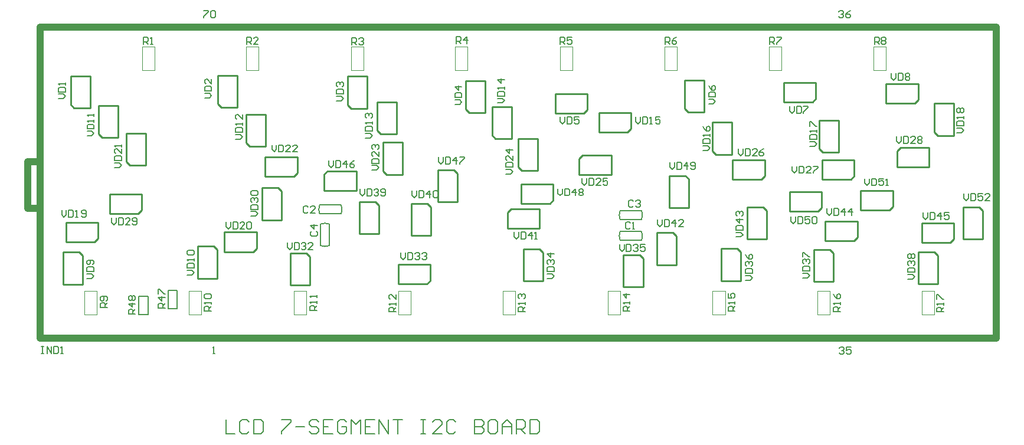
<source format=gto>
G04 Layer_Color=65535*
%FSLAX24Y24*%
%MOIN*%
G70*
G01*
G75*
%ADD10C,0.0079*%
%ADD22C,0.0394*%
%ADD38C,0.0070*%
%ADD39C,0.0039*%
%ADD40C,0.0098*%
D10*
X24114Y18267D02*
Y17480D01*
X24639D01*
X25426Y18136D02*
X25295Y18267D01*
X25033D01*
X24901Y18136D01*
Y17612D01*
X25033Y17480D01*
X25295D01*
X25426Y17612D01*
X25688Y18267D02*
Y17480D01*
X26082D01*
X26213Y17612D01*
Y18136D01*
X26082Y18267D01*
X25688D01*
X27263D02*
X27788D01*
Y18136D01*
X27263Y17612D01*
Y17480D01*
X28050Y17874D02*
X28575D01*
X29362Y18136D02*
X29231Y18267D01*
X28968D01*
X28837Y18136D01*
Y18005D01*
X28968Y17874D01*
X29231D01*
X29362Y17743D01*
Y17612D01*
X29231Y17480D01*
X28968D01*
X28837Y17612D01*
X30149Y18267D02*
X29624D01*
Y17480D01*
X30149D01*
X29624Y17874D02*
X29887D01*
X30936Y18136D02*
X30805Y18267D01*
X30543D01*
X30411Y18136D01*
Y17612D01*
X30543Y17480D01*
X30805D01*
X30936Y17612D01*
Y17874D01*
X30674D01*
X31199Y17480D02*
Y18267D01*
X31461Y18005D01*
X31723Y18267D01*
Y17480D01*
X32510Y18267D02*
X31986D01*
Y17480D01*
X32510D01*
X31986Y17874D02*
X32248D01*
X32773Y17480D02*
Y18267D01*
X33298Y17480D01*
Y18267D01*
X33560D02*
X34085D01*
X33822D01*
Y17480D01*
X35134Y18267D02*
X35397D01*
X35265D01*
Y17480D01*
X35134D01*
X35397D01*
X36315D02*
X35790D01*
X36315Y18005D01*
Y18136D01*
X36184Y18267D01*
X35921D01*
X35790Y18136D01*
X37102D02*
X36971Y18267D01*
X36709D01*
X36577Y18136D01*
Y17612D01*
X36709Y17480D01*
X36971D01*
X37102Y17612D01*
X38152Y18267D02*
Y17480D01*
X38545D01*
X38676Y17612D01*
Y17743D01*
X38545Y17874D01*
X38152D01*
X38545D01*
X38676Y18005D01*
Y18136D01*
X38545Y18267D01*
X38152D01*
X39332D02*
X39070D01*
X38939Y18136D01*
Y17612D01*
X39070Y17480D01*
X39332D01*
X39464Y17612D01*
Y18136D01*
X39332Y18267D01*
X39726Y17480D02*
Y18005D01*
X39988Y18267D01*
X40251Y18005D01*
Y17480D01*
Y17874D01*
X39726D01*
X40513Y17480D02*
Y18267D01*
X40907D01*
X41038Y18136D01*
Y17874D01*
X40907Y17743D01*
X40513D01*
X40775D02*
X41038Y17480D01*
X41300Y18267D02*
Y17480D01*
X41694D01*
X41825Y17612D01*
Y18136D01*
X41694Y18267D01*
X41300D01*
X13681Y22392D02*
X13812D01*
X13747D01*
Y21998D01*
X13681D01*
X13812D01*
X14009D02*
Y22392D01*
X14271Y21998D01*
Y22392D01*
X14403D02*
Y21998D01*
X14599D01*
X14665Y22064D01*
Y22326D01*
X14599Y22392D01*
X14403D01*
X14796Y21998D02*
X14927D01*
X14862D01*
Y22392D01*
X14796Y22326D01*
X22864Y41358D02*
X23127D01*
Y41293D01*
X22864Y41030D01*
Y40965D01*
X23258Y41293D02*
X23323Y41358D01*
X23455D01*
X23520Y41293D01*
Y41030D01*
X23455Y40965D01*
X23323D01*
X23258Y41030D01*
Y41293D01*
X58740D02*
X58806Y41358D01*
X58937D01*
X59003Y41293D01*
Y41227D01*
X58937Y41161D01*
X58871D01*
X58937D01*
X59003Y41096D01*
Y41030D01*
X58937Y40965D01*
X58806D01*
X58740Y41030D01*
X59396Y41358D02*
X59265Y41293D01*
X59134Y41161D01*
Y41030D01*
X59199Y40965D01*
X59331D01*
X59396Y41030D01*
Y41096D01*
X59331Y41161D01*
X59134D01*
X58770Y22306D02*
X58835Y22372D01*
X58966D01*
X59032Y22306D01*
Y22241D01*
X58966Y22175D01*
X58901D01*
X58966D01*
X59032Y22110D01*
Y22044D01*
X58966Y21978D01*
X58835D01*
X58770Y22044D01*
X59426Y22372D02*
X59163D01*
Y22175D01*
X59294Y22241D01*
X59360D01*
X59426Y22175D01*
Y22044D01*
X59360Y21978D01*
X59229D01*
X59163Y22044D01*
X23376Y21998D02*
X23507D01*
X23442D01*
Y22392D01*
X23376Y22326D01*
X23287Y24400D02*
X22894D01*
Y24596D01*
X22959Y24662D01*
X23091D01*
X23156Y24596D01*
Y24400D01*
Y24531D02*
X23287Y24662D01*
Y24793D02*
Y24924D01*
Y24859D01*
X22894D01*
X22959Y24793D01*
Y25121D02*
X22894Y25187D01*
Y25318D01*
X22959Y25384D01*
X23222D01*
X23287Y25318D01*
Y25187D01*
X23222Y25121D01*
X22959D01*
X41033Y24380D02*
X40640D01*
Y24577D01*
X40705Y24642D01*
X40837D01*
X40902Y24577D01*
Y24380D01*
Y24511D02*
X41033Y24642D01*
Y24773D02*
Y24905D01*
Y24839D01*
X40640D01*
X40705Y24773D01*
Y25101D02*
X40640Y25167D01*
Y25298D01*
X40705Y25364D01*
X40771D01*
X40837Y25298D01*
Y25233D01*
Y25298D01*
X40902Y25364D01*
X40968D01*
X41033Y25298D01*
Y25167D01*
X40968Y25101D01*
X25532Y29764D02*
X25794D01*
X25925Y29895D01*
X25794Y30026D01*
X25532D01*
Y30157D02*
X25925D01*
Y30354D01*
X25860Y30420D01*
X25597D01*
X25532Y30354D01*
Y30157D01*
X25597Y30551D02*
X25532Y30617D01*
Y30748D01*
X25597Y30813D01*
X25663D01*
X25728Y30748D01*
Y30682D01*
Y30748D01*
X25794Y30813D01*
X25860D01*
X25925Y30748D01*
Y30617D01*
X25860Y30551D01*
X25597Y30944D02*
X25532Y31010D01*
Y31141D01*
X25597Y31207D01*
X25860D01*
X25925Y31141D01*
Y31010D01*
X25860Y30944D01*
X25597D01*
X17657Y29665D02*
Y29403D01*
X17789Y29272D01*
X17920Y29403D01*
Y29665D01*
X18051D02*
Y29272D01*
X18248D01*
X18313Y29337D01*
Y29600D01*
X18248Y29665D01*
X18051D01*
X18707Y29272D02*
X18445D01*
X18707Y29534D01*
Y29600D01*
X18641Y29665D01*
X18510D01*
X18445Y29600D01*
X18838Y29337D02*
X18904Y29272D01*
X19035D01*
X19101Y29337D01*
Y29600D01*
X19035Y29665D01*
X18904D01*
X18838Y29600D01*
Y29534D01*
X18904Y29468D01*
X19101D01*
X61998Y34272D02*
Y34009D01*
X62129Y33878D01*
X62260Y34009D01*
Y34272D01*
X62392D02*
Y33878D01*
X62588D01*
X62654Y33944D01*
Y34206D01*
X62588Y34272D01*
X62392D01*
X63048Y33878D02*
X62785D01*
X63048Y34140D01*
Y34206D01*
X62982Y34272D01*
X62851D01*
X62785Y34206D01*
X63179D02*
X63244Y34272D01*
X63376D01*
X63441Y34206D01*
Y34140D01*
X63376Y34075D01*
X63441Y34009D01*
Y33944D01*
X63376Y33878D01*
X63244D01*
X63179Y33944D01*
Y34009D01*
X63244Y34075D01*
X63179Y34140D01*
Y34206D01*
X63244Y34075D02*
X63376D01*
X56102Y32588D02*
Y32326D01*
X56234Y32195D01*
X56365Y32326D01*
Y32588D01*
X56496D02*
Y32195D01*
X56693D01*
X56758Y32260D01*
Y32523D01*
X56693Y32588D01*
X56496D01*
X57152Y32195D02*
X56890D01*
X57152Y32457D01*
Y32523D01*
X57086Y32588D01*
X56955D01*
X56890Y32523D01*
X57283Y32588D02*
X57545D01*
Y32523D01*
X57283Y32260D01*
Y32195D01*
X53061Y33563D02*
Y33300D01*
X53192Y33169D01*
X53323Y33300D01*
Y33563D01*
X53455D02*
Y33169D01*
X53651D01*
X53717Y33235D01*
Y33497D01*
X53651Y33563D01*
X53455D01*
X54111Y33169D02*
X53848D01*
X54111Y33432D01*
Y33497D01*
X54045Y33563D01*
X53914D01*
X53848Y33497D01*
X54504Y33563D02*
X54373Y33497D01*
X54242Y33366D01*
Y33235D01*
X54307Y33169D01*
X54439D01*
X54504Y33235D01*
Y33300D01*
X54439Y33366D01*
X54242D01*
X44232Y31909D02*
Y31647D01*
X44363Y31516D01*
X44495Y31647D01*
Y31909D01*
X44626D02*
Y31516D01*
X44823D01*
X44888Y31581D01*
Y31844D01*
X44823Y31909D01*
X44626D01*
X45282Y31516D02*
X45019D01*
X45282Y31778D01*
Y31844D01*
X45216Y31909D01*
X45085D01*
X45019Y31844D01*
X45675Y31909D02*
X45413D01*
Y31713D01*
X45544Y31778D01*
X45610D01*
X45675Y31713D01*
Y31581D01*
X45610Y31516D01*
X45479D01*
X45413Y31581D01*
X39941Y32136D02*
X40203D01*
X40335Y32267D01*
X40203Y32398D01*
X39941D01*
Y32529D02*
X40335D01*
Y32726D01*
X40269Y32792D01*
X40007D01*
X39941Y32726D01*
Y32529D01*
X40335Y33185D02*
Y32923D01*
X40072Y33185D01*
X40007D01*
X39941Y33120D01*
Y32989D01*
X40007Y32923D01*
X40335Y33513D02*
X39941D01*
X40138Y33317D01*
Y33579D01*
X62618Y26201D02*
X62881D01*
X63012Y26332D01*
X62881Y26463D01*
X62618D01*
Y26594D02*
X63012D01*
Y26791D01*
X62946Y26857D01*
X62684D01*
X62618Y26791D01*
Y26594D01*
X62684Y26988D02*
X62618Y27054D01*
Y27185D01*
X62684Y27250D01*
X62749D01*
X62815Y27185D01*
Y27119D01*
Y27185D01*
X62881Y27250D01*
X62946D01*
X63012Y27185D01*
Y27054D01*
X62946Y26988D01*
X62684Y27382D02*
X62618Y27447D01*
Y27578D01*
X62684Y27644D01*
X62749D01*
X62815Y27578D01*
X62881Y27644D01*
X62946D01*
X63012Y27578D01*
Y27447D01*
X62946Y27382D01*
X62881D01*
X62815Y27447D01*
X62749Y27382D01*
X62684D01*
X62815Y27447D02*
Y27578D01*
X56683Y26280D02*
X56946D01*
X57077Y26411D01*
X56946Y26542D01*
X56683D01*
Y26673D02*
X57077D01*
Y26870D01*
X57011Y26935D01*
X56749D01*
X56683Y26870D01*
Y26673D01*
X56749Y27067D02*
X56683Y27132D01*
Y27263D01*
X56749Y27329D01*
X56814D01*
X56880Y27263D01*
Y27198D01*
Y27263D01*
X56946Y27329D01*
X57011D01*
X57077Y27263D01*
Y27132D01*
X57011Y27067D01*
X56683Y27460D02*
Y27723D01*
X56749D01*
X57011Y27460D01*
X57077D01*
X53455Y26152D02*
X53717D01*
X53848Y26283D01*
X53717Y26414D01*
X53455D01*
Y26545D02*
X53848D01*
Y26742D01*
X53783Y26808D01*
X53520D01*
X53455Y26742D01*
Y26545D01*
X53520Y26939D02*
X53455Y27004D01*
Y27136D01*
X53520Y27201D01*
X53586D01*
X53652Y27136D01*
Y27070D01*
Y27136D01*
X53717Y27201D01*
X53783D01*
X53848Y27136D01*
Y27004D01*
X53783Y26939D01*
X53455Y27595D02*
X53520Y27463D01*
X53652Y27332D01*
X53783D01*
X53848Y27398D01*
Y27529D01*
X53783Y27595D01*
X53717D01*
X53652Y27529D01*
Y27332D01*
X46348Y28169D02*
Y27907D01*
X46480Y27776D01*
X46611Y27907D01*
Y28169D01*
X46742D02*
Y27776D01*
X46939D01*
X47004Y27841D01*
Y28104D01*
X46939Y28169D01*
X46742D01*
X47136Y28104D02*
X47201Y28169D01*
X47332D01*
X47398Y28104D01*
Y28038D01*
X47332Y27972D01*
X47267D01*
X47332D01*
X47398Y27907D01*
Y27841D01*
X47332Y27776D01*
X47201D01*
X47136Y27841D01*
X47792Y28169D02*
X47529D01*
Y27972D01*
X47660Y28038D01*
X47726D01*
X47792Y27972D01*
Y27841D01*
X47726Y27776D01*
X47595D01*
X47529Y27841D01*
X42264Y26250D02*
X42526D01*
X42657Y26381D01*
X42526Y26512D01*
X42264D01*
Y26644D02*
X42657D01*
Y26840D01*
X42592Y26906D01*
X42330D01*
X42264Y26840D01*
Y26644D01*
X42330Y27037D02*
X42264Y27103D01*
Y27234D01*
X42330Y27300D01*
X42395D01*
X42461Y27234D01*
Y27168D01*
Y27234D01*
X42526Y27300D01*
X42592D01*
X42657Y27234D01*
Y27103D01*
X42592Y27037D01*
X42657Y27628D02*
X42264D01*
X42461Y27431D01*
Y27693D01*
X34006Y27716D02*
Y27454D01*
X34137Y27323D01*
X34268Y27454D01*
Y27716D01*
X34399D02*
Y27323D01*
X34596D01*
X34662Y27388D01*
Y27651D01*
X34596Y27716D01*
X34399D01*
X34793Y27651D02*
X34859Y27716D01*
X34990D01*
X35055Y27651D01*
Y27585D01*
X34990Y27520D01*
X34924D01*
X34990D01*
X35055Y27454D01*
Y27388D01*
X34990Y27323D01*
X34859D01*
X34793Y27388D01*
X35187Y27651D02*
X35252Y27716D01*
X35383D01*
X35449Y27651D01*
Y27585D01*
X35383Y27520D01*
X35318D01*
X35383D01*
X35449Y27454D01*
Y27388D01*
X35383Y27323D01*
X35252D01*
X35187Y27388D01*
X27589Y28258D02*
Y27995D01*
X27720Y27864D01*
X27851Y27995D01*
Y28258D01*
X27982D02*
Y27864D01*
X28179D01*
X28245Y27930D01*
Y28192D01*
X28179Y28258D01*
X27982D01*
X28376Y28192D02*
X28441Y28258D01*
X28573D01*
X28638Y28192D01*
Y28127D01*
X28573Y28061D01*
X28507D01*
X28573D01*
X28638Y27995D01*
Y27930D01*
X28573Y27864D01*
X28441D01*
X28376Y27930D01*
X29032Y27864D02*
X28769D01*
X29032Y28127D01*
Y28192D01*
X28966Y28258D01*
X28835D01*
X28769Y28192D01*
X63504Y29970D02*
Y29708D01*
X63635Y29577D01*
X63766Y29708D01*
Y29970D01*
X63898D02*
Y29577D01*
X64094D01*
X64160Y29642D01*
Y29905D01*
X64094Y29970D01*
X63898D01*
X64488Y29577D02*
Y29970D01*
X64291Y29774D01*
X64553D01*
X64947Y29970D02*
X64685D01*
Y29774D01*
X64816Y29839D01*
X64881D01*
X64947Y29774D01*
Y29642D01*
X64881Y29577D01*
X64750D01*
X64685Y29642D01*
X58071Y30207D02*
Y29944D01*
X58202Y29813D01*
X58333Y29944D01*
Y30207D01*
X58464D02*
Y29813D01*
X58661D01*
X58727Y29879D01*
Y30141D01*
X58661Y30207D01*
X58464D01*
X59055Y29813D02*
Y30207D01*
X58858Y30010D01*
X59120D01*
X59448Y29813D02*
Y30207D01*
X59252Y30010D01*
X59514D01*
X52933Y28593D02*
X53196D01*
X53327Y28724D01*
X53196Y28855D01*
X52933D01*
Y28986D02*
X53327D01*
Y29183D01*
X53261Y29248D01*
X52999D01*
X52933Y29183D01*
Y28986D01*
X53327Y29576D02*
X52933D01*
X53130Y29380D01*
Y29642D01*
X52999Y29773D02*
X52933Y29839D01*
Y29970D01*
X52999Y30036D01*
X53064D01*
X53130Y29970D01*
Y29904D01*
Y29970D01*
X53196Y30036D01*
X53261D01*
X53327Y29970D01*
Y29839D01*
X53261Y29773D01*
X48501Y29574D02*
Y29312D01*
X48632Y29181D01*
X48763Y29312D01*
Y29574D01*
X48894D02*
Y29181D01*
X49091D01*
X49157Y29246D01*
Y29509D01*
X49091Y29574D01*
X48894D01*
X49485Y29181D02*
Y29574D01*
X49288Y29377D01*
X49550D01*
X49944Y29181D02*
X49682D01*
X49944Y29443D01*
Y29509D01*
X49878Y29574D01*
X49747D01*
X49682Y29509D01*
X40394Y28868D02*
Y28606D01*
X40525Y28474D01*
X40656Y28606D01*
Y28868D01*
X40787D02*
Y28474D01*
X40984D01*
X41050Y28540D01*
Y28802D01*
X40984Y28868D01*
X40787D01*
X41378Y28474D02*
Y28868D01*
X41181Y28671D01*
X41443D01*
X41574Y28474D02*
X41706D01*
X41640D01*
Y28868D01*
X41574Y28802D01*
X34633Y31218D02*
Y30955D01*
X34764Y30824D01*
X34895Y30955D01*
Y31218D01*
X35026D02*
Y30824D01*
X35223D01*
X35289Y30890D01*
Y31152D01*
X35223Y31218D01*
X35026D01*
X35617Y30824D02*
Y31218D01*
X35420Y31021D01*
X35682D01*
X35814Y31152D02*
X35879Y31218D01*
X36010D01*
X36076Y31152D01*
Y30890D01*
X36010Y30824D01*
X35879D01*
X35814Y30890D01*
Y31152D01*
X31690Y31316D02*
Y31054D01*
X31821Y30923D01*
X31952Y31054D01*
Y31316D01*
X32083D02*
Y30923D01*
X32280D01*
X32346Y30988D01*
Y31251D01*
X32280Y31316D01*
X32083D01*
X32477Y31251D02*
X32543Y31316D01*
X32674D01*
X32739Y31251D01*
Y31185D01*
X32674Y31119D01*
X32608D01*
X32674D01*
X32739Y31054D01*
Y30988D01*
X32674Y30923D01*
X32543D01*
X32477Y30988D01*
X32871D02*
X32936Y30923D01*
X33067D01*
X33133Y30988D01*
Y31251D01*
X33067Y31316D01*
X32936D01*
X32871Y31251D01*
Y31185D01*
X32936Y31119D01*
X33133D01*
X65804Y31031D02*
Y30768D01*
X65935Y30637D01*
X66066Y30768D01*
Y31031D01*
X66198D02*
Y30637D01*
X66394D01*
X66460Y30703D01*
Y30965D01*
X66394Y31031D01*
X66198D01*
X66854D02*
X66591D01*
Y30834D01*
X66722Y30900D01*
X66788D01*
X66854Y30834D01*
Y30703D01*
X66788Y30637D01*
X66657D01*
X66591Y30703D01*
X67247Y30637D02*
X66985D01*
X67247Y30900D01*
Y30965D01*
X67182Y31031D01*
X67050D01*
X66985Y30965D01*
X60197Y31890D02*
Y31627D01*
X60328Y31496D01*
X60459Y31627D01*
Y31890D01*
X60590D02*
Y31496D01*
X60787D01*
X60853Y31562D01*
Y31824D01*
X60787Y31890D01*
X60590D01*
X61246D02*
X60984D01*
Y31693D01*
X61115Y31758D01*
X61181D01*
X61246Y31693D01*
Y31562D01*
X61181Y31496D01*
X61050D01*
X60984Y31562D01*
X61378Y31496D02*
X61509D01*
X61443D01*
Y31890D01*
X61378Y31824D01*
X56033Y29734D02*
Y29472D01*
X56165Y29341D01*
X56296Y29472D01*
Y29734D01*
X56427D02*
Y29341D01*
X56624D01*
X56689Y29406D01*
Y29669D01*
X56624Y29734D01*
X56427D01*
X57083D02*
X56821D01*
Y29537D01*
X56952Y29603D01*
X57017D01*
X57083Y29537D01*
Y29406D01*
X57017Y29341D01*
X56886D01*
X56821Y29406D01*
X57214Y29669D02*
X57280Y29734D01*
X57411D01*
X57477Y29669D01*
Y29406D01*
X57411Y29341D01*
X57280D01*
X57214Y29406D01*
Y29669D01*
X49190Y32803D02*
Y32540D01*
X49321Y32409D01*
X49452Y32540D01*
Y32803D01*
X49583D02*
Y32409D01*
X49780D01*
X49846Y32475D01*
Y32737D01*
X49780Y32803D01*
X49583D01*
X50174Y32409D02*
Y32803D01*
X49977Y32606D01*
X50239D01*
X50371Y32475D02*
X50436Y32409D01*
X50567D01*
X50633Y32475D01*
Y32737D01*
X50567Y32803D01*
X50436D01*
X50371Y32737D01*
Y32671D01*
X50436Y32606D01*
X50633D01*
X42864Y31319D02*
Y31056D01*
X42995Y30925D01*
X43127Y31056D01*
Y31319D01*
X43258D02*
Y30925D01*
X43455D01*
X43520Y30991D01*
Y31253D01*
X43455Y31319D01*
X43258D01*
X43848Y30925D02*
Y31319D01*
X43651Y31122D01*
X43914D01*
X44045Y31253D02*
X44110Y31319D01*
X44242D01*
X44307Y31253D01*
Y31188D01*
X44242Y31122D01*
X44307Y31056D01*
Y30991D01*
X44242Y30925D01*
X44110D01*
X44045Y30991D01*
Y31056D01*
X44110Y31122D01*
X44045Y31188D01*
Y31253D01*
X44110Y31122D02*
X44242D01*
X36139Y33117D02*
Y32855D01*
X36270Y32724D01*
X36401Y32855D01*
Y33117D01*
X36532D02*
Y32724D01*
X36729D01*
X36795Y32789D01*
Y33052D01*
X36729Y33117D01*
X36532D01*
X37123Y32724D02*
Y33117D01*
X36926Y32921D01*
X37188D01*
X37319Y33117D02*
X37582D01*
Y33052D01*
X37319Y32789D01*
Y32724D01*
X29931Y32913D02*
Y32651D01*
X30062Y32520D01*
X30193Y32651D01*
Y32913D01*
X30325D02*
Y32520D01*
X30521D01*
X30587Y32585D01*
Y32848D01*
X30521Y32913D01*
X30325D01*
X30915Y32520D02*
Y32913D01*
X30718Y32716D01*
X30981D01*
X31374Y32913D02*
X31243Y32848D01*
X31112Y32716D01*
Y32585D01*
X31177Y32520D01*
X31309D01*
X31374Y32585D01*
Y32651D01*
X31309Y32716D01*
X31112D01*
X39459Y36161D02*
X39721D01*
X39852Y36293D01*
X39721Y36424D01*
X39459D01*
Y36555D02*
X39852D01*
Y36752D01*
X39787Y36817D01*
X39524D01*
X39459Y36752D01*
Y36555D01*
X39852Y36949D02*
Y37080D01*
Y37014D01*
X39459D01*
X39524Y36949D01*
X39852Y37473D02*
X39459D01*
X39656Y37277D01*
Y37539D01*
X32008Y34183D02*
X32270D01*
X32402Y34314D01*
X32270Y34445D01*
X32008D01*
Y34577D02*
X32402D01*
Y34773D01*
X32336Y34839D01*
X32074D01*
X32008Y34773D01*
Y34577D01*
X32402Y34970D02*
Y35101D01*
Y35036D01*
X32008D01*
X32074Y34970D01*
Y35298D02*
X32008Y35364D01*
Y35495D01*
X32074Y35561D01*
X32139D01*
X32205Y35495D01*
Y35429D01*
Y35495D01*
X32270Y35561D01*
X32336D01*
X32402Y35495D01*
Y35364D01*
X32336Y35298D01*
X24656Y34114D02*
X24918D01*
X25049Y34245D01*
X24918Y34377D01*
X24656D01*
Y34508D02*
X25049D01*
Y34705D01*
X24984Y34770D01*
X24721D01*
X24656Y34705D01*
Y34508D01*
X25049Y34901D02*
Y35033D01*
Y34967D01*
X24656D01*
X24721Y34901D01*
X25049Y35492D02*
Y35229D01*
X24787Y35492D01*
X24721D01*
X24656Y35426D01*
Y35295D01*
X24721Y35229D01*
X16280Y34301D02*
X16542D01*
X16673Y34432D01*
X16542Y34564D01*
X16280D01*
Y34695D02*
X16673D01*
Y34892D01*
X16608Y34957D01*
X16345D01*
X16280Y34892D01*
Y34695D01*
X16673Y35088D02*
Y35220D01*
Y35154D01*
X16280D01*
X16345Y35088D01*
X16673Y35416D02*
Y35547D01*
Y35482D01*
X16280D01*
X16345Y35416D01*
X21929Y26457D02*
X22192D01*
X22323Y26588D01*
X22192Y26719D01*
X21929D01*
Y26850D02*
X22323D01*
Y27047D01*
X22257Y27113D01*
X21995D01*
X21929Y27047D01*
Y26850D01*
X22323Y27244D02*
Y27375D01*
Y27309D01*
X21929D01*
X21995Y27244D01*
Y27572D02*
X21929Y27637D01*
Y27769D01*
X21995Y27834D01*
X22257D01*
X22323Y27769D01*
Y27637D01*
X22257Y27572D01*
X21995D01*
X16260Y26240D02*
X16522D01*
X16654Y26371D01*
X16522Y26503D01*
X16260D01*
Y26634D02*
X16654D01*
Y26831D01*
X16588Y26896D01*
X16326D01*
X16260Y26831D01*
Y26634D01*
X16588Y27027D02*
X16654Y27093D01*
Y27224D01*
X16588Y27290D01*
X16326D01*
X16260Y27224D01*
Y27093D01*
X16326Y27027D01*
X16391D01*
X16457Y27093D01*
Y27290D01*
X61693Y37825D02*
Y37562D01*
X61824Y37431D01*
X61955Y37562D01*
Y37825D01*
X62086D02*
Y37431D01*
X62283D01*
X62349Y37497D01*
Y37759D01*
X62283Y37825D01*
X62086D01*
X62480Y37759D02*
X62546Y37825D01*
X62677D01*
X62742Y37759D01*
Y37693D01*
X62677Y37628D01*
X62742Y37562D01*
Y37497D01*
X62677Y37431D01*
X62546D01*
X62480Y37497D01*
Y37562D01*
X62546Y37628D01*
X62480Y37693D01*
Y37759D01*
X62546Y37628D02*
X62677D01*
X55955Y35974D02*
Y35712D01*
X56086Y35581D01*
X56217Y35712D01*
Y35974D01*
X56348D02*
Y35581D01*
X56545D01*
X56611Y35646D01*
Y35909D01*
X56545Y35974D01*
X56348D01*
X56742D02*
X57004D01*
Y35909D01*
X56742Y35646D01*
Y35581D01*
X51378Y36102D02*
X51640D01*
X51772Y36234D01*
X51640Y36365D01*
X51378D01*
Y36496D02*
X51772D01*
Y36693D01*
X51706Y36758D01*
X51444D01*
X51378Y36693D01*
Y36496D01*
Y37152D02*
X51444Y37021D01*
X51575Y36890D01*
X51706D01*
X51772Y36955D01*
Y37086D01*
X51706Y37152D01*
X51640D01*
X51575Y37086D01*
Y36890D01*
X43002Y35374D02*
Y35112D01*
X43133Y34980D01*
X43264Y35112D01*
Y35374D01*
X43396D02*
Y34980D01*
X43592D01*
X43658Y35046D01*
Y35308D01*
X43592Y35374D01*
X43396D01*
X44051D02*
X43789D01*
Y35177D01*
X43920Y35243D01*
X43986D01*
X44051Y35177D01*
Y35046D01*
X43986Y34980D01*
X43855D01*
X43789Y35046D01*
X37047Y36083D02*
X37310D01*
X37441Y36214D01*
X37310Y36345D01*
X37047D01*
Y36476D02*
X37441D01*
Y36673D01*
X37375Y36739D01*
X37113D01*
X37047Y36673D01*
Y36476D01*
X37441Y37067D02*
X37047D01*
X37244Y36870D01*
Y37132D01*
X30354Y36280D02*
X30617D01*
X30748Y36411D01*
X30617Y36542D01*
X30354D01*
Y36673D02*
X30748D01*
Y36870D01*
X30682Y36935D01*
X30420D01*
X30354Y36870D01*
Y36673D01*
X30420Y37067D02*
X30354Y37132D01*
Y37263D01*
X30420Y37329D01*
X30486D01*
X30551Y37263D01*
Y37198D01*
Y37263D01*
X30617Y37329D01*
X30682D01*
X30748Y37263D01*
Y37132D01*
X30682Y37067D01*
X22914Y36457D02*
X23176D01*
X23307Y36588D01*
X23176Y36719D01*
X22914D01*
Y36850D02*
X23307D01*
Y37047D01*
X23241Y37113D01*
X22979D01*
X22914Y37047D01*
Y36850D01*
X23307Y37506D02*
Y37244D01*
X23045Y37506D01*
X22979D01*
X22914Y37441D01*
Y37309D01*
X22979Y37244D01*
X14675Y36398D02*
X14938D01*
X15069Y36529D01*
X14938Y36660D01*
X14675D01*
Y36791D02*
X15069D01*
Y36988D01*
X15003Y37054D01*
X14741D01*
X14675Y36988D01*
Y36791D01*
X15069Y37185D02*
Y37316D01*
Y37250D01*
X14675D01*
X14741Y37185D01*
X19006Y24232D02*
X18612D01*
Y24429D01*
X18678Y24495D01*
X18809D01*
X18875Y24429D01*
Y24232D01*
Y24363D02*
X19006Y24495D01*
Y24823D02*
X18612D01*
X18809Y24626D01*
Y24888D01*
X18678Y25019D02*
X18612Y25085D01*
Y25216D01*
X18678Y25282D01*
X18744D01*
X18809Y25216D01*
X18875Y25282D01*
X18940D01*
X19006Y25216D01*
Y25085D01*
X18940Y25019D01*
X18875D01*
X18809Y25085D01*
X18744Y25019D01*
X18678D01*
X18809Y25085D02*
Y25216D01*
X20679Y24587D02*
X20286D01*
Y24783D01*
X20351Y24849D01*
X20482D01*
X20548Y24783D01*
Y24587D01*
Y24718D02*
X20679Y24849D01*
Y25177D02*
X20286D01*
X20482Y24980D01*
Y25243D01*
X20286Y25374D02*
Y25636D01*
X20351D01*
X20614Y25374D01*
X20679D01*
X64656Y24360D02*
X64262D01*
Y24557D01*
X64328Y24623D01*
X64459D01*
X64524Y24557D01*
Y24360D01*
Y24491D02*
X64656Y24623D01*
Y24754D02*
Y24885D01*
Y24819D01*
X64262D01*
X64328Y24754D01*
X64262Y25082D02*
Y25344D01*
X64328D01*
X64590Y25082D01*
X64656D01*
X58819Y24380D02*
X58425D01*
Y24577D01*
X58491Y24642D01*
X58622D01*
X58688Y24577D01*
Y24380D01*
Y24511D02*
X58819Y24642D01*
Y24773D02*
Y24905D01*
Y24839D01*
X58425D01*
X58491Y24773D01*
X58425Y25364D02*
X58491Y25233D01*
X58622Y25101D01*
X58753D01*
X58819Y25167D01*
Y25298D01*
X58753Y25364D01*
X58688D01*
X58622Y25298D01*
Y25101D01*
X52874Y24409D02*
X52480D01*
Y24606D01*
X52546Y24672D01*
X52677D01*
X52743Y24606D01*
Y24409D01*
Y24541D02*
X52874Y24672D01*
Y24803D02*
Y24934D01*
Y24869D01*
X52480D01*
X52546Y24803D01*
X52480Y25393D02*
Y25131D01*
X52677D01*
X52612Y25262D01*
Y25328D01*
X52677Y25393D01*
X52808D01*
X52874Y25328D01*
Y25197D01*
X52808Y25131D01*
X46939Y24409D02*
X46545D01*
Y24606D01*
X46611Y24672D01*
X46742D01*
X46808Y24606D01*
Y24409D01*
Y24541D02*
X46939Y24672D01*
Y24803D02*
Y24934D01*
Y24869D01*
X46545D01*
X46611Y24803D01*
X46939Y25328D02*
X46545D01*
X46742Y25131D01*
Y25393D01*
X33711Y24360D02*
X33317D01*
Y24557D01*
X33383Y24623D01*
X33514D01*
X33579Y24557D01*
Y24360D01*
Y24491D02*
X33711Y24623D01*
Y24754D02*
Y24885D01*
Y24819D01*
X33317D01*
X33383Y24754D01*
X33711Y25344D02*
Y25082D01*
X33448Y25344D01*
X33383D01*
X33317Y25279D01*
Y25147D01*
X33383Y25082D01*
X29262Y24449D02*
X28868D01*
Y24646D01*
X28934Y24711D01*
X29065D01*
X29131Y24646D01*
Y24449D01*
Y24580D02*
X29262Y24711D01*
Y24842D02*
Y24974D01*
Y24908D01*
X28868D01*
X28934Y24842D01*
X29262Y25170D02*
Y25302D01*
Y25236D01*
X28868D01*
X28934Y25170D01*
X17431Y24596D02*
X17038D01*
Y24793D01*
X17103Y24859D01*
X17234D01*
X17300Y24793D01*
Y24596D01*
Y24728D02*
X17431Y24859D01*
X17366Y24990D02*
X17431Y25056D01*
Y25187D01*
X17366Y25252D01*
X17103D01*
X17038Y25187D01*
Y25056D01*
X17103Y24990D01*
X17169D01*
X17234Y25056D01*
Y25252D01*
X60748Y39469D02*
Y39862D01*
X60945D01*
X61010Y39796D01*
Y39665D01*
X60945Y39600D01*
X60748D01*
X60879D02*
X61010Y39469D01*
X61142Y39796D02*
X61207Y39862D01*
X61338D01*
X61404Y39796D01*
Y39731D01*
X61338Y39665D01*
X61404Y39600D01*
Y39534D01*
X61338Y39469D01*
X61207D01*
X61142Y39534D01*
Y39600D01*
X61207Y39665D01*
X61142Y39731D01*
Y39796D01*
X61207Y39665D02*
X61338D01*
X54833Y39478D02*
Y39872D01*
X55029D01*
X55095Y39806D01*
Y39675D01*
X55029Y39610D01*
X54833D01*
X54964D02*
X55095Y39478D01*
X55226Y39872D02*
X55489D01*
Y39806D01*
X55226Y39544D01*
Y39478D01*
X48917D02*
Y39872D01*
X49114D01*
X49180Y39806D01*
Y39675D01*
X49114Y39610D01*
X48917D01*
X49049D02*
X49180Y39478D01*
X49573Y39872D02*
X49442Y39806D01*
X49311Y39675D01*
Y39544D01*
X49376Y39478D01*
X49508D01*
X49573Y39544D01*
Y39610D01*
X49508Y39675D01*
X49311D01*
X42992Y39469D02*
Y39862D01*
X43189D01*
X43255Y39796D01*
Y39665D01*
X43189Y39600D01*
X42992D01*
X43123D02*
X43255Y39469D01*
X43648Y39862D02*
X43386D01*
Y39665D01*
X43517Y39731D01*
X43582D01*
X43648Y39665D01*
Y39534D01*
X43582Y39469D01*
X43451D01*
X43386Y39534D01*
X37126Y39518D02*
Y39911D01*
X37323D01*
X37388Y39846D01*
Y39715D01*
X37323Y39649D01*
X37126D01*
X37257D02*
X37388Y39518D01*
X37716D02*
Y39911D01*
X37520Y39715D01*
X37782D01*
X31220Y39439D02*
Y39833D01*
X31417D01*
X31483Y39767D01*
Y39636D01*
X31417Y39570D01*
X31220D01*
X31352D02*
X31483Y39439D01*
X31614Y39767D02*
X31680Y39833D01*
X31811D01*
X31876Y39767D01*
Y39701D01*
X31811Y39636D01*
X31745D01*
X31811D01*
X31876Y39570D01*
Y39505D01*
X31811Y39439D01*
X31680D01*
X31614Y39505D01*
X25285Y39478D02*
Y39872D01*
X25482D01*
X25548Y39806D01*
Y39675D01*
X25482Y39610D01*
X25285D01*
X25417D02*
X25548Y39478D01*
X25941D02*
X25679D01*
X25941Y39741D01*
Y39806D01*
X25876Y39872D01*
X25745D01*
X25679Y39806D01*
X19459Y39469D02*
Y39862D01*
X19655D01*
X19721Y39796D01*
Y39665D01*
X19655Y39600D01*
X19459D01*
X19590D02*
X19721Y39469D01*
X19852D02*
X19983D01*
X19918D01*
Y39862D01*
X19852Y39796D01*
X28954Y28914D02*
X28888Y28848D01*
Y28717D01*
X28954Y28652D01*
X29216D01*
X29281Y28717D01*
Y28848D01*
X29216Y28914D01*
X29281Y29242D02*
X28888D01*
X29085Y29045D01*
Y29308D01*
X47123Y30613D02*
X47057Y30679D01*
X46926D01*
X46860Y30613D01*
Y30351D01*
X46926Y30285D01*
X47057D01*
X47123Y30351D01*
X47254Y30613D02*
X47319Y30679D01*
X47451D01*
X47516Y30613D01*
Y30548D01*
X47451Y30482D01*
X47385D01*
X47451D01*
X47516Y30417D01*
Y30351D01*
X47451Y30285D01*
X47319D01*
X47254Y30351D01*
X28766Y30269D02*
X28701Y30335D01*
X28570D01*
X28504Y30269D01*
Y30007D01*
X28570Y29941D01*
X28701D01*
X28766Y30007D01*
X29160Y29941D02*
X28898D01*
X29160Y30203D01*
Y30269D01*
X29094Y30335D01*
X28963D01*
X28898Y30269D01*
X46945Y29383D02*
X46880Y29449D01*
X46749D01*
X46683Y29383D01*
Y29121D01*
X46749Y29055D01*
X46880D01*
X46945Y29121D01*
X47077Y29055D02*
X47208D01*
X47142D01*
Y29449D01*
X47077Y29383D01*
X47264Y35364D02*
Y35102D01*
X47395Y34970D01*
X47526Y35102D01*
Y35364D01*
X47657D02*
Y34970D01*
X47854D01*
X47920Y35036D01*
Y35298D01*
X47854Y35364D01*
X47657D01*
X48051Y34970D02*
X48182D01*
X48117D01*
Y35364D01*
X48051Y35298D01*
X48641Y35364D02*
X48379D01*
Y35167D01*
X48510Y35233D01*
X48576D01*
X48641Y35167D01*
Y35036D01*
X48576Y34970D01*
X48444D01*
X48379Y35036D01*
X51053Y33474D02*
X51316D01*
X51447Y33606D01*
X51316Y33737D01*
X51053D01*
Y33868D02*
X51447D01*
Y34065D01*
X51381Y34130D01*
X51119D01*
X51053Y34065D01*
Y33868D01*
X51447Y34262D02*
Y34393D01*
Y34327D01*
X51053D01*
X51119Y34262D01*
X51053Y34852D02*
X51119Y34721D01*
X51250Y34590D01*
X51381D01*
X51447Y34655D01*
Y34786D01*
X51381Y34852D01*
X51316D01*
X51250Y34786D01*
Y34590D01*
X57097Y33720D02*
X57359D01*
X57490Y33852D01*
X57359Y33983D01*
X57097D01*
Y34114D02*
X57490D01*
Y34311D01*
X57425Y34376D01*
X57162D01*
X57097Y34311D01*
Y34114D01*
X57490Y34508D02*
Y34639D01*
Y34573D01*
X57097D01*
X57162Y34508D01*
X57097Y34836D02*
Y35098D01*
X57162D01*
X57425Y34836D01*
X57490D01*
X65384Y34488D02*
X65646D01*
X65778Y34619D01*
X65646Y34751D01*
X65384D01*
Y34882D02*
X65778D01*
Y35079D01*
X65712Y35144D01*
X65450D01*
X65384Y35079D01*
Y34882D01*
X65778Y35275D02*
Y35407D01*
Y35341D01*
X65384D01*
X65450Y35275D01*
Y35603D02*
X65384Y35669D01*
Y35800D01*
X65450Y35866D01*
X65515D01*
X65581Y35800D01*
X65646Y35866D01*
X65712D01*
X65778Y35800D01*
Y35669D01*
X65712Y35603D01*
X65646D01*
X65581Y35669D01*
X65515Y35603D01*
X65450D01*
X65581Y35669D02*
Y35800D01*
X14843Y30098D02*
Y29836D01*
X14974Y29705D01*
X15105Y29836D01*
Y30098D01*
X15236D02*
Y29705D01*
X15433D01*
X15498Y29770D01*
Y30033D01*
X15433Y30098D01*
X15236D01*
X15630Y29705D02*
X15761D01*
X15695D01*
Y30098D01*
X15630Y30033D01*
X15958Y29770D02*
X16023Y29705D01*
X16154D01*
X16220Y29770D01*
Y30033D01*
X16154Y30098D01*
X16023D01*
X15958Y30033D01*
Y29967D01*
X16023Y29902D01*
X16220D01*
X24124Y29439D02*
Y29176D01*
X24255Y29045D01*
X24386Y29176D01*
Y29439D01*
X24518D02*
Y29045D01*
X24714D01*
X24780Y29111D01*
Y29373D01*
X24714Y29439D01*
X24518D01*
X25174Y29045D02*
X24911D01*
X25174Y29308D01*
Y29373D01*
X25108Y29439D01*
X24977D01*
X24911Y29373D01*
X25305D02*
X25370Y29439D01*
X25502D01*
X25567Y29373D01*
Y29111D01*
X25502Y29045D01*
X25370D01*
X25305Y29111D01*
Y29373D01*
X17815Y32510D02*
X18077D01*
X18209Y32641D01*
X18077Y32772D01*
X17815D01*
Y32903D02*
X18209D01*
Y33100D01*
X18143Y33166D01*
X17881D01*
X17815Y33100D01*
Y32903D01*
X18209Y33559D02*
Y33297D01*
X17946Y33559D01*
X17881D01*
X17815Y33494D01*
Y33363D01*
X17881Y33297D01*
X18209Y33691D02*
Y33822D01*
Y33756D01*
X17815D01*
X17881Y33691D01*
X26713Y33789D02*
Y33527D01*
X26844Y33396D01*
X26975Y33527D01*
Y33789D01*
X27106D02*
Y33396D01*
X27303D01*
X27369Y33461D01*
Y33724D01*
X27303Y33789D01*
X27106D01*
X27762Y33396D02*
X27500D01*
X27762Y33658D01*
Y33724D01*
X27697Y33789D01*
X27565D01*
X27500Y33724D01*
X28156Y33396D02*
X27893D01*
X28156Y33658D01*
Y33724D01*
X28090Y33789D01*
X27959D01*
X27893Y33724D01*
X32362Y32362D02*
X32625D01*
X32756Y32493D01*
X32625Y32625D01*
X32362D01*
Y32756D02*
X32756D01*
Y32953D01*
X32690Y33018D01*
X32428D01*
X32362Y32953D01*
Y32756D01*
X32756Y33412D02*
Y33149D01*
X32494Y33412D01*
X32428D01*
X32362Y33346D01*
Y33215D01*
X32428Y33149D01*
Y33543D02*
X32362Y33609D01*
Y33740D01*
X32428Y33805D01*
X32494D01*
X32559Y33740D01*
Y33674D01*
Y33740D01*
X32625Y33805D01*
X32690D01*
X32756Y33740D01*
Y33609D01*
X32690Y33543D01*
D22*
X12933Y32835D02*
X13602D01*
X12933Y30217D02*
Y32835D01*
X12933Y30217D02*
X13612D01*
Y22888D02*
X67618D01*
Y40443D01*
X13612D02*
X67618D01*
X13612Y22888D02*
Y40443D01*
D38*
X29449Y28108D02*
G03*
X29959Y28107I256J608D01*
G01*
Y29315D02*
G03*
X29449Y29314I-255J-609D01*
G01*
X46385Y30088D02*
G03*
X46385Y29578I608J-256D01*
G01*
X47592D02*
G03*
X47592Y30088I-609J255D01*
G01*
X30623Y29892D02*
G03*
X30623Y30402I-608J256D01*
G01*
X29415D02*
G03*
X29416Y29892I609J-255D01*
G01*
X46385Y28907D02*
G03*
X46385Y28397I608J-256D01*
G01*
X47592D02*
G03*
X47592Y28907I-609J255D01*
G01*
X19203Y24203D02*
X19715D01*
X19203Y25246D02*
X19715D01*
Y24203D02*
Y25246D01*
X19203Y24203D02*
Y25246D01*
X20856Y24537D02*
X21368D01*
X20856Y25581D02*
X21368D01*
Y24537D02*
Y25581D01*
X20856Y24537D02*
Y25581D01*
X29960Y28111D02*
Y29311D01*
X29449Y28110D02*
Y29311D01*
X46389Y29578D02*
X47589D01*
X46388Y30089D02*
X47589D01*
X29419Y30403D02*
X30619D01*
X29419Y29892D02*
X30620D01*
X46389Y28397D02*
X47589D01*
X46388Y28907D02*
X47589D01*
D39*
X22742Y24215D02*
Y25530D01*
X22041Y24215D02*
Y25530D01*
Y24215D02*
X22742D01*
X22041Y25530D02*
X22742D01*
X40469Y24215D02*
Y25530D01*
X39768Y24215D02*
Y25530D01*
Y24215D02*
X40469D01*
X39768Y25530D02*
X40469D01*
X64140Y24215D02*
Y25530D01*
X63439Y24215D02*
Y25530D01*
Y24215D02*
X64140D01*
X63439Y25530D02*
X64140D01*
X58224Y24215D02*
Y25530D01*
X57524Y24215D02*
Y25530D01*
Y24215D02*
X58224D01*
X57524Y25530D02*
X58224D01*
X52309Y24215D02*
Y25530D01*
X51608Y24215D02*
Y25530D01*
Y24215D02*
X52309D01*
X51608Y25530D02*
X52309D01*
X46394Y24215D02*
Y25530D01*
X45693Y24215D02*
Y25530D01*
Y24215D02*
X46394D01*
X45693Y25530D02*
X46394D01*
X34563Y24215D02*
Y25530D01*
X33862Y24215D02*
Y25530D01*
Y24215D02*
X34563D01*
X33862Y25530D02*
X34563D01*
X28648Y24215D02*
Y25530D01*
X27947Y24215D02*
Y25530D01*
Y24215D02*
X28648D01*
X27947Y25530D02*
X28648D01*
X16837Y24215D02*
Y25530D01*
X16136Y24215D02*
Y25530D01*
Y24215D02*
X16837D01*
X16136Y25530D02*
X16837D01*
X60703Y38024D02*
Y39339D01*
X61404Y38024D02*
Y39339D01*
X60703D02*
X61404D01*
X60703Y38024D02*
X61404D01*
X54787D02*
Y39339D01*
X55488Y38024D02*
Y39339D01*
X54787D02*
X55488D01*
X54787Y38024D02*
X55488D01*
X48902D02*
Y39339D01*
X49602Y38024D02*
Y39339D01*
X48902D02*
X49602D01*
X48902Y38024D02*
X49602D01*
X42996D02*
Y39339D01*
X43697Y38024D02*
Y39339D01*
X42996D02*
X43697D01*
X42996Y38024D02*
X43697D01*
X37071D02*
Y39339D01*
X37772Y38024D02*
Y39339D01*
X37071D02*
X37772D01*
X37071Y38024D02*
X37772D01*
X31185D02*
Y39339D01*
X31886Y38024D02*
Y39339D01*
X31185D02*
X31886D01*
X31185Y38024D02*
X31886D01*
X25270D02*
Y39339D01*
X25970Y38024D02*
Y39339D01*
X25270D02*
X25970D01*
X25270Y38024D02*
X25970D01*
X19384D02*
Y39339D01*
X20085Y38024D02*
Y39339D01*
X19384D02*
X20085D01*
X19384Y38024D02*
X20085D01*
D40*
X26161Y29547D02*
Y31358D01*
Y29547D02*
X27264D01*
X27067Y31358D02*
X27264Y31161D01*
X26161Y31358D02*
X27067D01*
X27264Y29547D02*
Y31161D01*
X17549Y31024D02*
X19360D01*
X17549Y29921D02*
Y31024D01*
X19163Y29921D02*
X19360Y30118D01*
X19360D02*
Y31024D01*
X17549Y29921D02*
X19163D01*
X62018Y32530D02*
X63829D01*
Y33632D01*
X62018Y33435D02*
X62215Y33632D01*
X62018Y32530D02*
Y33435D01*
X62215Y33632D02*
X63829D01*
X57795Y32933D02*
X59606D01*
X57795Y31831D02*
Y32933D01*
X59409Y31831D02*
X59606Y32028D01*
X59606D02*
Y32933D01*
X57795Y31831D02*
X59409D01*
X52736Y32933D02*
X54547D01*
X52736Y31831D02*
Y32933D01*
X54350Y31831D02*
X54547Y32028D01*
X54547D02*
Y32933D01*
X52736Y31831D02*
X54350D01*
X44075Y32106D02*
X45886D01*
Y33209D01*
X44075Y33012D02*
X44272Y33209D01*
X44075Y32106D02*
Y33012D01*
X44272Y33209D02*
X45886D01*
X41742Y32343D02*
Y34154D01*
X40640D02*
X41742D01*
X40640Y32539D02*
X40837Y32343D01*
Y32343D02*
X41742D01*
X40640Y32539D02*
Y34154D01*
X63228Y25935D02*
Y27746D01*
Y25935D02*
X64331D01*
X64134Y27746D02*
X64331Y27549D01*
X63228Y27746D02*
X64134D01*
X64331Y25935D02*
Y27549D01*
X57323Y26063D02*
Y27874D01*
Y26063D02*
X58425D01*
X58228Y27874D02*
X58425Y27677D01*
X57323Y27874D02*
X58228D01*
X58425Y26063D02*
Y27677D01*
X52077Y26122D02*
Y27933D01*
Y26122D02*
X53179D01*
X52982Y27933D02*
X53179Y27736D01*
X52077Y27933D02*
X52982D01*
X53179Y26122D02*
Y27736D01*
X46575Y25768D02*
Y27579D01*
Y25768D02*
X47677D01*
X47480Y27579D02*
X47677Y27382D01*
X46575Y27579D02*
X47480D01*
X47677Y25768D02*
Y27382D01*
X40925Y26093D02*
Y27904D01*
Y26093D02*
X42028D01*
X41831Y27904D02*
X42028Y27707D01*
X40925Y27904D02*
X41831D01*
X42028Y26093D02*
Y27707D01*
X33848Y27028D02*
X35659D01*
X33848Y25925D02*
Y27028D01*
X35463Y25925D02*
X35659Y26122D01*
X35659D02*
Y27028D01*
X33848Y25925D02*
X35463D01*
X27766Y25876D02*
Y27687D01*
Y25876D02*
X28868D01*
X28671Y27687D02*
X28868Y27490D01*
X27766Y27687D02*
X28671D01*
X28868Y25876D02*
Y27490D01*
X63415Y29390D02*
X65226D01*
X63415Y28287D02*
Y29390D01*
X65030Y28287D02*
X65226Y28484D01*
X65226D02*
Y29390D01*
X63415Y28287D02*
X65030D01*
X57972Y29478D02*
X59783D01*
X57972Y28376D02*
Y29478D01*
X59587Y28376D02*
X59783Y28573D01*
X59783D02*
Y29478D01*
X57972Y28376D02*
X59587D01*
X53543Y28474D02*
Y30285D01*
Y28474D02*
X54646D01*
X54449Y30285D02*
X54646Y30089D01*
X53543Y30285D02*
X54449D01*
X54646Y28474D02*
Y30089D01*
X48455Y27018D02*
Y28829D01*
Y27018D02*
X49557D01*
X49360Y28829D02*
X49557Y28632D01*
X48455Y28829D02*
X49360D01*
X49557Y27018D02*
Y28632D01*
X40020Y29065D02*
X41831D01*
Y30167D01*
X40020Y29970D02*
X40217Y30167D01*
X40020Y29065D02*
Y29970D01*
X40217Y30167D02*
X41831D01*
X34587Y28661D02*
Y30472D01*
Y28661D02*
X35689D01*
X35492Y30472D02*
X35689Y30276D01*
X34587Y30472D02*
X35492D01*
X35689Y28661D02*
Y30276D01*
X31644Y28760D02*
Y30571D01*
Y28760D02*
X32746D01*
X32549Y30571D02*
X32746Y30374D01*
X31644Y30571D02*
X32549D01*
X32746Y28760D02*
Y30374D01*
X65758Y28474D02*
Y30285D01*
Y28474D02*
X66860D01*
X66663Y30285D02*
X66860Y30089D01*
X65758Y30285D02*
X66663D01*
X66860Y28474D02*
Y30089D01*
X59970Y31211D02*
X61782D01*
X59970Y30108D02*
Y31211D01*
X61585Y30108D02*
X61782Y30305D01*
X61782D02*
Y31211D01*
X59970Y30108D02*
X61585D01*
X55955Y31132D02*
X57766D01*
X55955Y30030D02*
Y31132D01*
X57569Y30030D02*
X57766Y30226D01*
X57766D02*
Y31132D01*
X55955Y30030D02*
X57569D01*
X49144Y30246D02*
Y32057D01*
Y30246D02*
X50246D01*
X50049Y32057D02*
X50246Y31860D01*
X49144Y32057D02*
X50049D01*
X50246Y30246D02*
Y31860D01*
X40797Y31585D02*
X42608D01*
X40797Y30482D02*
Y31585D01*
X42411Y30482D02*
X42608Y30679D01*
X42608D02*
Y31585D01*
X40797Y30482D02*
X42411D01*
X36093Y30561D02*
Y32372D01*
Y30561D02*
X37195D01*
X36998Y32372D02*
X37195Y32175D01*
X36093Y32372D02*
X36998D01*
X37195Y30561D02*
Y32175D01*
X29675Y31220D02*
X31486D01*
Y32323D01*
X29675Y32126D02*
X29872Y32323D01*
X29675Y31220D02*
Y32126D01*
X29872Y32323D02*
X31486D01*
X40246Y34144D02*
Y35955D01*
X39144D02*
X40246D01*
X39144Y34341D02*
X39341Y34144D01*
Y34144D02*
X40246D01*
X39144Y34341D02*
Y35955D01*
X33760Y34400D02*
Y36211D01*
X32657D02*
X33760D01*
X32657Y34596D02*
X32854Y34400D01*
Y34400D02*
X33760D01*
X32657Y34596D02*
Y36211D01*
X26368Y33701D02*
Y35512D01*
X25266D02*
X26368D01*
X25266Y33898D02*
X25463Y33701D01*
Y33701D02*
X26368D01*
X25266Y33898D02*
Y35512D01*
X18022Y34203D02*
Y36014D01*
X16919D02*
X18022D01*
X16919Y34400D02*
X17116Y34203D01*
Y34203D02*
X18022D01*
X16919Y34400D02*
Y36014D01*
X22520Y26250D02*
Y28061D01*
Y26250D02*
X23622D01*
X23425Y28061D02*
X23622Y27864D01*
X22520Y28061D02*
X23425D01*
X23622Y26250D02*
Y27864D01*
X14921Y25915D02*
Y27726D01*
Y25915D02*
X16024D01*
X15827Y27726D02*
X16024Y27530D01*
X14921Y27726D02*
X15827D01*
X16024Y25915D02*
Y27530D01*
X61407Y37244D02*
X63218D01*
X61407Y36142D02*
Y37244D01*
X63022Y36142D02*
X63218Y36339D01*
X63218D02*
Y37244D01*
X61407Y36142D02*
X63022D01*
X55630Y37313D02*
X57441D01*
X55630Y36211D02*
Y37313D01*
X57244Y36211D02*
X57441Y36407D01*
X57441D02*
Y37313D01*
X55630Y36211D02*
X57244D01*
X51142Y35630D02*
Y37441D01*
X50039D02*
X51142D01*
X50039Y35827D02*
X50236Y35630D01*
Y35630D02*
X51142D01*
X50039Y35827D02*
Y37441D01*
X42717Y36673D02*
X44528D01*
X42717Y35571D02*
Y36673D01*
X44331Y35571D02*
X44528Y35768D01*
X44528D02*
Y36673D01*
X42717Y35571D02*
X44331D01*
X38750Y35600D02*
Y37411D01*
X37648D02*
X38750D01*
X37648Y35797D02*
X37844Y35600D01*
Y35600D02*
X38750D01*
X37648Y35797D02*
Y37411D01*
X32096Y35856D02*
Y37667D01*
X30994D02*
X32096D01*
X30994Y36053D02*
X31191Y35856D01*
Y35856D02*
X32096D01*
X30994Y36053D02*
Y37667D01*
X24764Y35906D02*
Y37717D01*
X23661D02*
X24764D01*
X23661Y36102D02*
X23858Y35906D01*
Y35906D02*
X24764D01*
X23661Y36102D02*
Y37717D01*
X16447Y35876D02*
Y37687D01*
X15344D02*
X16447D01*
X15344Y36073D02*
X15541Y35876D01*
Y35876D02*
X16447D01*
X15344Y36073D02*
Y37687D01*
X45177Y34518D02*
X46791D01*
X46988Y34715D02*
Y35620D01*
X46791Y34518D02*
X46988Y34715D01*
X45177Y34518D02*
Y35620D01*
X46988D01*
X51594Y33445D02*
Y35059D01*
X51791Y33248D02*
X52697D01*
X51594Y33445D02*
X51791Y33248D01*
X51594Y35059D02*
X52697D01*
Y33248D02*
Y35059D01*
X57618Y33563D02*
Y35177D01*
X57815Y33366D02*
X58720D01*
X57618Y33563D02*
X57815Y33366D01*
X57618Y35177D02*
X58720D01*
Y33366D02*
Y35177D01*
X64134Y34518D02*
Y36132D01*
X64331Y34321D02*
X65236D01*
X64134Y34518D02*
X64331Y34321D01*
X64134Y36132D02*
X65236D01*
Y34321D02*
Y36132D01*
X15089Y28307D02*
X16703D01*
X16900Y28504D02*
Y29409D01*
X16703Y28307D02*
X16900Y28504D01*
X15089Y28307D02*
Y29409D01*
X16900D01*
X24035Y27756D02*
X25650D01*
X25846Y27953D02*
Y28858D01*
X25650Y27756D02*
X25846Y27953D01*
X24035Y27756D02*
Y28858D01*
X25846D01*
X18484Y32825D02*
Y34439D01*
X18681Y32628D02*
X19587D01*
X18484Y32825D02*
X18681Y32628D01*
X18484Y34439D02*
X19587D01*
Y32628D02*
Y34439D01*
X26339Y31998D02*
X27953D01*
X28150Y32195D02*
Y33100D01*
X27953Y31998D02*
X28150Y32195D01*
X26339Y31998D02*
Y33100D01*
X28150D01*
X33002Y32313D02*
Y33927D01*
X33199Y32116D02*
X34104D01*
X33002Y32313D02*
X33199Y32116D01*
X33002Y33927D02*
X34104D01*
Y32116D02*
Y33927D01*
M02*

</source>
